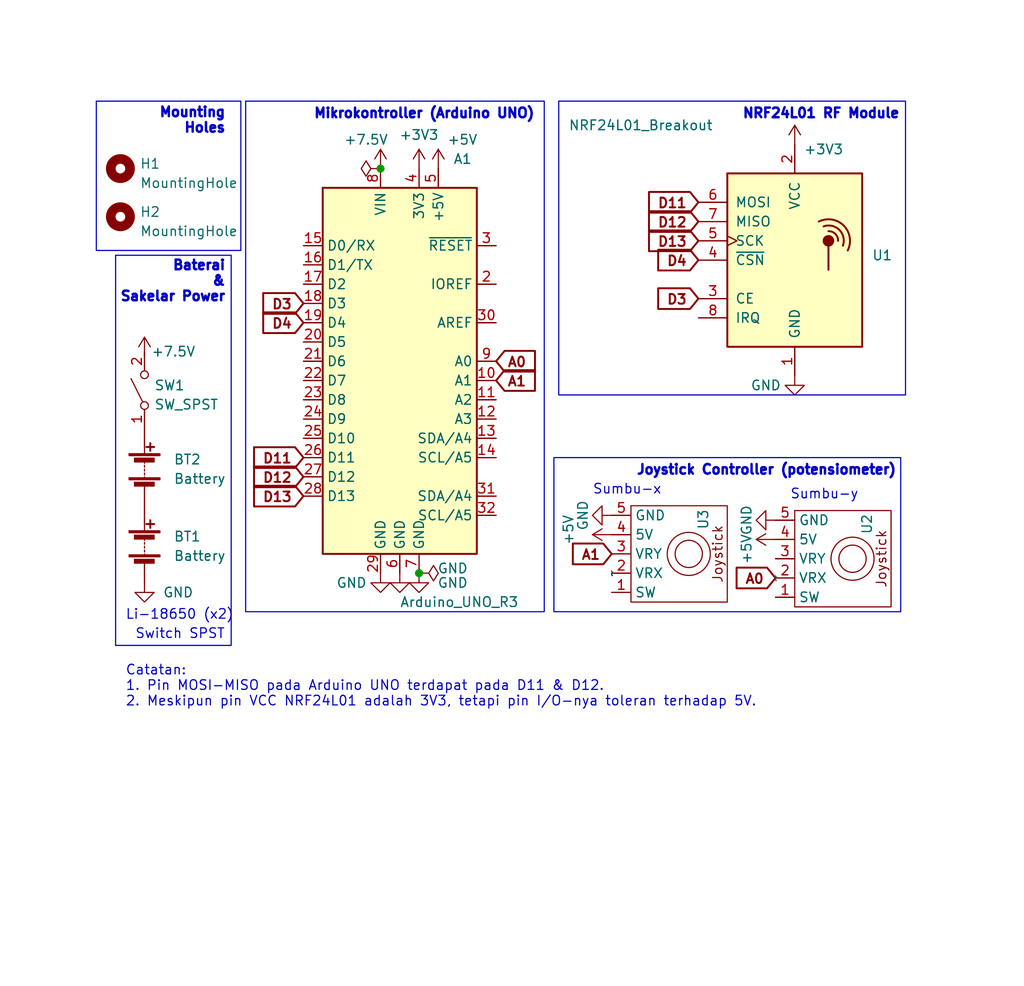
<source format=kicad_sch>
(kicad_sch (version 20230121) (generator eeschema)

  (uuid 335783da-0af5-431e-a925-ba39ea6c5398)

  (paper "User" 135.001 129.997)

  (title_block
    (title "Remotely Operated Underwater Vehicle (ROV) Controller")
    (date "2024-05-12")
    (rev "1.0")
    (company "Institut Teknologi Bandung")
    (comment 1 "Yolivia Robong Langi")
  )

  (lib_symbols
    (symbol "Device:Battery" (pin_numbers hide) (pin_names (offset 0) hide) (in_bom yes) (on_board yes)
      (property "Reference" "BT" (at 2.54 2.54 0)
        (effects (font (size 1.27 1.27)) (justify left))
      )
      (property "Value" "Battery" (at 2.54 0 0)
        (effects (font (size 1.27 1.27)) (justify left))
      )
      (property "Footprint" "" (at 0 1.524 90)
        (effects (font (size 1.27 1.27)) hide)
      )
      (property "Datasheet" "~" (at 0 1.524 90)
        (effects (font (size 1.27 1.27)) hide)
      )
      (property "ki_keywords" "batt voltage-source cell" (at 0 0 0)
        (effects (font (size 1.27 1.27)) hide)
      )
      (property "ki_description" "Multiple-cell battery" (at 0 0 0)
        (effects (font (size 1.27 1.27)) hide)
      )
      (symbol "Battery_0_1"
        (rectangle (start -2.032 -1.397) (end 2.032 -1.651)
          (stroke (width 0) (type default))
          (fill (type outline))
        )
        (rectangle (start -2.032 1.778) (end 2.032 1.524)
          (stroke (width 0) (type default))
          (fill (type outline))
        )
        (rectangle (start -1.3208 -1.9812) (end 1.27 -2.4892)
          (stroke (width 0) (type default))
          (fill (type outline))
        )
        (rectangle (start -1.3208 1.1938) (end 1.27 0.6858)
          (stroke (width 0) (type default))
          (fill (type outline))
        )
        (polyline
          (pts
            (xy 0 -1.524)
            (xy 0 -1.27)
          )
          (stroke (width 0) (type default))
          (fill (type none))
        )
        (polyline
          (pts
            (xy 0 -1.016)
            (xy 0 -0.762)
          )
          (stroke (width 0) (type default))
          (fill (type none))
        )
        (polyline
          (pts
            (xy 0 -0.508)
            (xy 0 -0.254)
          )
          (stroke (width 0) (type default))
          (fill (type none))
        )
        (polyline
          (pts
            (xy 0 0)
            (xy 0 0.254)
          )
          (stroke (width 0) (type default))
          (fill (type none))
        )
        (polyline
          (pts
            (xy 0 0.508)
            (xy 0 0.762)
          )
          (stroke (width 0) (type default))
          (fill (type none))
        )
        (polyline
          (pts
            (xy 0 1.778)
            (xy 0 2.54)
          )
          (stroke (width 0) (type default))
          (fill (type none))
        )
        (polyline
          (pts
            (xy 0.254 2.667)
            (xy 1.27 2.667)
          )
          (stroke (width 0.254) (type default))
          (fill (type none))
        )
        (polyline
          (pts
            (xy 0.762 3.175)
            (xy 0.762 2.159)
          )
          (stroke (width 0.254) (type default))
          (fill (type none))
        )
      )
      (symbol "Battery_1_1"
        (pin passive line (at 0 5.08 270) (length 2.54)
          (name "+" (effects (font (size 1.27 1.27))))
          (number "1" (effects (font (size 1.27 1.27))))
        )
        (pin passive line (at 0 -5.08 90) (length 2.54)
          (name "-" (effects (font (size 1.27 1.27))))
          (number "2" (effects (font (size 1.27 1.27))))
        )
      )
    )
    (symbol "MCU_Module:Arduino_UNO_R3" (in_bom yes) (on_board yes)
      (property "Reference" "A" (at -10.16 23.495 0)
        (effects (font (size 1.27 1.27)) (justify left bottom))
      )
      (property "Value" "Arduino_UNO_R3" (at 5.08 -26.67 0)
        (effects (font (size 1.27 1.27)) (justify left top))
      )
      (property "Footprint" "Module:Arduino_UNO_R3" (at 0 0 0)
        (effects (font (size 1.27 1.27) italic) hide)
      )
      (property "Datasheet" "https://www.arduino.cc/en/Main/arduinoBoardUno" (at 0 0 0)
        (effects (font (size 1.27 1.27)) hide)
      )
      (property "ki_keywords" "Arduino UNO R3 Microcontroller Module Atmel AVR USB" (at 0 0 0)
        (effects (font (size 1.27 1.27)) hide)
      )
      (property "ki_description" "Arduino UNO Microcontroller Module, release 3" (at 0 0 0)
        (effects (font (size 1.27 1.27)) hide)
      )
      (property "ki_fp_filters" "Arduino*UNO*R3*" (at 0 0 0)
        (effects (font (size 1.27 1.27)) hide)
      )
      (symbol "Arduino_UNO_R3_0_1"
        (rectangle (start -10.16 22.86) (end 10.16 -25.4)
          (stroke (width 0.254) (type default))
          (fill (type background))
        )
      )
      (symbol "Arduino_UNO_R3_1_1"
        (pin no_connect line (at -10.16 -20.32 0) (length 2.54) hide
          (name "NC" (effects (font (size 1.27 1.27))))
          (number "1" (effects (font (size 1.27 1.27))))
        )
        (pin bidirectional line (at 12.7 -2.54 180) (length 2.54)
          (name "A1" (effects (font (size 1.27 1.27))))
          (number "10" (effects (font (size 1.27 1.27))))
        )
        (pin bidirectional line (at 12.7 -5.08 180) (length 2.54)
          (name "A2" (effects (font (size 1.27 1.27))))
          (number "11" (effects (font (size 1.27 1.27))))
        )
        (pin bidirectional line (at 12.7 -7.62 180) (length 2.54)
          (name "A3" (effects (font (size 1.27 1.27))))
          (number "12" (effects (font (size 1.27 1.27))))
        )
        (pin bidirectional line (at 12.7 -10.16 180) (length 2.54)
          (name "SDA/A4" (effects (font (size 1.27 1.27))))
          (number "13" (effects (font (size 1.27 1.27))))
        )
        (pin bidirectional line (at 12.7 -12.7 180) (length 2.54)
          (name "SCL/A5" (effects (font (size 1.27 1.27))))
          (number "14" (effects (font (size 1.27 1.27))))
        )
        (pin bidirectional line (at -12.7 15.24 0) (length 2.54)
          (name "D0/RX" (effects (font (size 1.27 1.27))))
          (number "15" (effects (font (size 1.27 1.27))))
        )
        (pin bidirectional line (at -12.7 12.7 0) (length 2.54)
          (name "D1/TX" (effects (font (size 1.27 1.27))))
          (number "16" (effects (font (size 1.27 1.27))))
        )
        (pin bidirectional line (at -12.7 10.16 0) (length 2.54)
          (name "D2" (effects (font (size 1.27 1.27))))
          (number "17" (effects (font (size 1.27 1.27))))
        )
        (pin bidirectional line (at -12.7 7.62 0) (length 2.54)
          (name "D3" (effects (font (size 1.27 1.27))))
          (number "18" (effects (font (size 1.27 1.27))))
        )
        (pin bidirectional line (at -12.7 5.08 0) (length 2.54)
          (name "D4" (effects (font (size 1.27 1.27))))
          (number "19" (effects (font (size 1.27 1.27))))
        )
        (pin output line (at 12.7 10.16 180) (length 2.54)
          (name "IOREF" (effects (font (size 1.27 1.27))))
          (number "2" (effects (font (size 1.27 1.27))))
        )
        (pin bidirectional line (at -12.7 2.54 0) (length 2.54)
          (name "D5" (effects (font (size 1.27 1.27))))
          (number "20" (effects (font (size 1.27 1.27))))
        )
        (pin bidirectional line (at -12.7 0 0) (length 2.54)
          (name "D6" (effects (font (size 1.27 1.27))))
          (number "21" (effects (font (size 1.27 1.27))))
        )
        (pin bidirectional line (at -12.7 -2.54 0) (length 2.54)
          (name "D7" (effects (font (size 1.27 1.27))))
          (number "22" (effects (font (size 1.27 1.27))))
        )
        (pin bidirectional line (at -12.7 -5.08 0) (length 2.54)
          (name "D8" (effects (font (size 1.27 1.27))))
          (number "23" (effects (font (size 1.27 1.27))))
        )
        (pin bidirectional line (at -12.7 -7.62 0) (length 2.54)
          (name "D9" (effects (font (size 1.27 1.27))))
          (number "24" (effects (font (size 1.27 1.27))))
        )
        (pin bidirectional line (at -12.7 -10.16 0) (length 2.54)
          (name "D10" (effects (font (size 1.27 1.27))))
          (number "25" (effects (font (size 1.27 1.27))))
        )
        (pin bidirectional line (at -12.7 -12.7 0) (length 2.54)
          (name "D11" (effects (font (size 1.27 1.27))))
          (number "26" (effects (font (size 1.27 1.27))))
        )
        (pin bidirectional line (at -12.7 -15.24 0) (length 2.54)
          (name "D12" (effects (font (size 1.27 1.27))))
          (number "27" (effects (font (size 1.27 1.27))))
        )
        (pin bidirectional line (at -12.7 -17.78 0) (length 2.54)
          (name "D13" (effects (font (size 1.27 1.27))))
          (number "28" (effects (font (size 1.27 1.27))))
        )
        (pin power_in line (at -2.54 -27.94 90) (length 2.54)
          (name "GND" (effects (font (size 1.27 1.27))))
          (number "29" (effects (font (size 1.27 1.27))))
        )
        (pin input line (at 12.7 15.24 180) (length 2.54)
          (name "~{RESET}" (effects (font (size 1.27 1.27))))
          (number "3" (effects (font (size 1.27 1.27))))
        )
        (pin input line (at 12.7 5.08 180) (length 2.54)
          (name "AREF" (effects (font (size 1.27 1.27))))
          (number "30" (effects (font (size 1.27 1.27))))
        )
        (pin bidirectional line (at 12.7 -17.78 180) (length 2.54)
          (name "SDA/A4" (effects (font (size 1.27 1.27))))
          (number "31" (effects (font (size 1.27 1.27))))
        )
        (pin bidirectional line (at 12.7 -20.32 180) (length 2.54)
          (name "SCL/A5" (effects (font (size 1.27 1.27))))
          (number "32" (effects (font (size 1.27 1.27))))
        )
        (pin power_out line (at 2.54 25.4 270) (length 2.54)
          (name "3V3" (effects (font (size 1.27 1.27))))
          (number "4" (effects (font (size 1.27 1.27))))
        )
        (pin power_out line (at 5.08 25.4 270) (length 2.54)
          (name "+5V" (effects (font (size 1.27 1.27))))
          (number "5" (effects (font (size 1.27 1.27))))
        )
        (pin power_in line (at 0 -27.94 90) (length 2.54)
          (name "GND" (effects (font (size 1.27 1.27))))
          (number "6" (effects (font (size 1.27 1.27))))
        )
        (pin power_in line (at 2.54 -27.94 90) (length 2.54)
          (name "GND" (effects (font (size 1.27 1.27))))
          (number "7" (effects (font (size 1.27 1.27))))
        )
        (pin power_in line (at -2.54 25.4 270) (length 2.54)
          (name "VIN" (effects (font (size 1.27 1.27))))
          (number "8" (effects (font (size 1.27 1.27))))
        )
        (pin bidirectional line (at 12.7 0 180) (length 2.54)
          (name "A0" (effects (font (size 1.27 1.27))))
          (number "9" (effects (font (size 1.27 1.27))))
        )
      )
    )
    (symbol "Mechanical:MountingHole" (pin_names (offset 1.016)) (in_bom yes) (on_board yes)
      (property "Reference" "H" (at 0 5.08 0)
        (effects (font (size 1.27 1.27)))
      )
      (property "Value" "MountingHole" (at 0 3.175 0)
        (effects (font (size 1.27 1.27)))
      )
      (property "Footprint" "" (at 0 0 0)
        (effects (font (size 1.27 1.27)) hide)
      )
      (property "Datasheet" "~" (at 0 0 0)
        (effects (font (size 1.27 1.27)) hide)
      )
      (property "ki_keywords" "mounting hole" (at 0 0 0)
        (effects (font (size 1.27 1.27)) hide)
      )
      (property "ki_description" "Mounting Hole without connection" (at 0 0 0)
        (effects (font (size 1.27 1.27)) hide)
      )
      (property "ki_fp_filters" "MountingHole*" (at 0 0 0)
        (effects (font (size 1.27 1.27)) hide)
      )
      (symbol "MountingHole_0_1"
        (circle (center 0 0) (radius 1.27)
          (stroke (width 1.27) (type default))
          (fill (type none))
        )
      )
    )
    (symbol "RF:NRF24L01_Breakout" (pin_names (offset 1.016)) (in_bom yes) (on_board yes)
      (property "Reference" "U" (at -8.89 12.7 0)
        (effects (font (size 1.27 1.27)) (justify left))
      )
      (property "Value" "NRF24L01_Breakout" (at 3.81 12.7 0)
        (effects (font (size 1.27 1.27)) (justify left))
      )
      (property "Footprint" "RF_Module:nRF24L01_Breakout" (at 3.81 15.24 0)
        (effects (font (size 1.27 1.27) italic) (justify left) hide)
      )
      (property "Datasheet" "http://www.nordicsemi.com/eng/content/download/2730/34105/file/nRF24L01_Product_Specification_v2_0.pdf" (at 0 -2.54 0)
        (effects (font (size 1.27 1.27)) hide)
      )
      (property "ki_keywords" "Low Power RF Transceiver breakout carrier" (at 0 0 0)
        (effects (font (size 1.27 1.27)) hide)
      )
      (property "ki_description" "Ultra low power 2.4GHz RF Transceiver, Carrier PCB" (at 0 0 0)
        (effects (font (size 1.27 1.27)) hide)
      )
      (property "ki_fp_filters" "nRF24L01*Breakout*" (at 0 0 0)
        (effects (font (size 1.27 1.27)) hide)
      )
      (symbol "NRF24L01_Breakout_0_1"
        (rectangle (start -8.89 11.43) (end 8.89 -11.43)
          (stroke (width 0.254) (type default))
          (fill (type background))
        )
        (polyline
          (pts
            (xy 4.445 1.905)
            (xy 4.445 -1.27)
          )
          (stroke (width 0.254) (type default))
          (fill (type none))
        )
        (circle (center 4.445 2.54) (radius 0.635)
          (stroke (width 0.254) (type default))
          (fill (type outline))
        )
        (arc (start 5.715 2.54) (mid 5.3521 3.4546) (end 4.445 3.81)
          (stroke (width 0.254) (type default))
          (fill (type none))
        )
        (arc (start 6.35 1.905) (mid 5.8763 3.9854) (end 3.81 4.445)
          (stroke (width 0.254) (type default))
          (fill (type none))
        )
        (arc (start 6.985 1.27) (mid 6.453 4.548) (end 3.175 5.08)
          (stroke (width 0.254) (type default))
          (fill (type none))
        )
      )
      (symbol "NRF24L01_Breakout_1_1"
        (pin power_in line (at 0 -15.24 90) (length 3.81)
          (name "GND" (effects (font (size 1.27 1.27))))
          (number "1" (effects (font (size 1.27 1.27))))
        )
        (pin power_in line (at 0 15.24 270) (length 3.81)
          (name "VCC" (effects (font (size 1.27 1.27))))
          (number "2" (effects (font (size 1.27 1.27))))
        )
        (pin input line (at -12.7 -5.08 0) (length 3.81)
          (name "CE" (effects (font (size 1.27 1.27))))
          (number "3" (effects (font (size 1.27 1.27))))
        )
        (pin input line (at -12.7 0 0) (length 3.81)
          (name "~{CSN}" (effects (font (size 1.27 1.27))))
          (number "4" (effects (font (size 1.27 1.27))))
        )
        (pin input clock (at -12.7 2.54 0) (length 3.81)
          (name "SCK" (effects (font (size 1.27 1.27))))
          (number "5" (effects (font (size 1.27 1.27))))
        )
        (pin input line (at -12.7 7.62 0) (length 3.81)
          (name "MOSI" (effects (font (size 1.27 1.27))))
          (number "6" (effects (font (size 1.27 1.27))))
        )
        (pin output line (at -12.7 5.08 0) (length 3.81)
          (name "MISO" (effects (font (size 1.27 1.27))))
          (number "7" (effects (font (size 1.27 1.27))))
        )
        (pin output line (at -12.7 -7.62 0) (length 3.81)
          (name "IRQ" (effects (font (size 1.27 1.27))))
          (number "8" (effects (font (size 1.27 1.27))))
        )
      )
    )
    (symbol "ROB_library:KY-023_Joystick_Module" (in_bom yes) (on_board yes)
      (property "Reference" "U" (at 0 0 0)
        (effects (font (size 1.27 1.27)))
      )
      (property "Value" "" (at -2.54 10.16 0)
        (effects (font (size 1.27 1.27)))
      )
      (property "Footprint" "" (at -2.54 10.16 0)
        (effects (font (size 1.27 1.27)) hide)
      )
      (property "Datasheet" "" (at -2.54 10.16 0)
        (effects (font (size 1.27 1.27)) hide)
      )
      (symbol "KY-023_Joystick_Module_0_1"
        (rectangle (start -6.35 7.62) (end 6.35 -5.08)
          (stroke (width 0) (type default))
          (fill (type none))
        )
        (circle (center 0 0) (radius 1.7961)
          (stroke (width 0) (type default))
          (fill (type none))
        )
        (circle (center 0 0) (radius 2.8398)
          (stroke (width 0) (type default))
          (fill (type none))
        )
        (text "Joystick" (at 0 -3.81 0)
          (effects (font (size 1.27 1.27)))
        )
      )
      (symbol "KY-023_Joystick_Module_1_1"
        (pin output line (at -5.08 10.16 270) (length 2.54)
          (name "SW" (effects (font (size 1.27 1.27))))
          (number "1" (effects (font (size 1.27 1.27))))
        )
        (pin output line (at -2.54 10.16 270) (length 2.54)
          (name "VRX" (effects (font (size 1.27 1.27))))
          (number "2" (effects (font (size 1.27 1.27))))
        )
        (pin output line (at 0 10.16 270) (length 2.54)
          (name "VRY" (effects (font (size 1.27 1.27))))
          (number "3" (effects (font (size 1.27 1.27))))
        )
        (pin power_in line (at 2.54 10.16 270) (length 2.54)
          (name "5V" (effects (font (size 1.27 1.27))))
          (number "4" (effects (font (size 1.27 1.27))))
        )
        (pin power_in line (at 5.08 10.16 270) (length 2.54)
          (name "GND" (effects (font (size 1.27 1.27))))
          (number "5" (effects (font (size 1.27 1.27))))
        )
      )
    )
    (symbol "Switch:SW_SPST" (pin_names (offset 0) hide) (in_bom yes) (on_board yes)
      (property "Reference" "SW" (at 0 3.175 0)
        (effects (font (size 1.27 1.27)))
      )
      (property "Value" "SW_SPST" (at 0 -2.54 0)
        (effects (font (size 1.27 1.27)))
      )
      (property "Footprint" "" (at 0 0 0)
        (effects (font (size 1.27 1.27)) hide)
      )
      (property "Datasheet" "~" (at 0 0 0)
        (effects (font (size 1.27 1.27)) hide)
      )
      (property "ki_keywords" "switch lever" (at 0 0 0)
        (effects (font (size 1.27 1.27)) hide)
      )
      (property "ki_description" "Single Pole Single Throw (SPST) switch" (at 0 0 0)
        (effects (font (size 1.27 1.27)) hide)
      )
      (symbol "SW_SPST_0_0"
        (circle (center -2.032 0) (radius 0.508)
          (stroke (width 0) (type default))
          (fill (type none))
        )
        (polyline
          (pts
            (xy -1.524 0.254)
            (xy 1.524 1.778)
          )
          (stroke (width 0) (type default))
          (fill (type none))
        )
        (circle (center 2.032 0) (radius 0.508)
          (stroke (width 0) (type default))
          (fill (type none))
        )
      )
      (symbol "SW_SPST_1_1"
        (pin passive line (at -5.08 0 0) (length 2.54)
          (name "A" (effects (font (size 1.27 1.27))))
          (number "1" (effects (font (size 1.27 1.27))))
        )
        (pin passive line (at 5.08 0 180) (length 2.54)
          (name "B" (effects (font (size 1.27 1.27))))
          (number "2" (effects (font (size 1.27 1.27))))
        )
      )
    )
    (symbol "power:+3V3" (power) (pin_names (offset 0)) (in_bom yes) (on_board yes)
      (property "Reference" "#PWR" (at 0 -3.81 0)
        (effects (font (size 1.27 1.27)) hide)
      )
      (property "Value" "+3V3" (at 0 3.556 0)
        (effects (font (size 1.27 1.27)))
      )
      (property "Footprint" "" (at 0 0 0)
        (effects (font (size 1.27 1.27)) hide)
      )
      (property "Datasheet" "" (at 0 0 0)
        (effects (font (size 1.27 1.27)) hide)
      )
      (property "ki_keywords" "global power" (at 0 0 0)
        (effects (font (size 1.27 1.27)) hide)
      )
      (property "ki_description" "Power symbol creates a global label with name \"+3V3\"" (at 0 0 0)
        (effects (font (size 1.27 1.27)) hide)
      )
      (symbol "+3V3_0_1"
        (polyline
          (pts
            (xy -0.762 1.27)
            (xy 0 2.54)
          )
          (stroke (width 0) (type default))
          (fill (type none))
        )
        (polyline
          (pts
            (xy 0 0)
            (xy 0 2.54)
          )
          (stroke (width 0) (type default))
          (fill (type none))
        )
        (polyline
          (pts
            (xy 0 2.54)
            (xy 0.762 1.27)
          )
          (stroke (width 0) (type default))
          (fill (type none))
        )
      )
      (symbol "+3V3_1_1"
        (pin power_in line (at 0 0 90) (length 0) hide
          (name "+3V3" (effects (font (size 1.27 1.27))))
          (number "1" (effects (font (size 1.27 1.27))))
        )
      )
    )
    (symbol "power:+5V" (power) (pin_names (offset 0)) (in_bom yes) (on_board yes)
      (property "Reference" "#PWR" (at 0 -3.81 0)
        (effects (font (size 1.27 1.27)) hide)
      )
      (property "Value" "+5V" (at 0 3.556 0)
        (effects (font (size 1.27 1.27)))
      )
      (property "Footprint" "" (at 0 0 0)
        (effects (font (size 1.27 1.27)) hide)
      )
      (property "Datasheet" "" (at 0 0 0)
        (effects (font (size 1.27 1.27)) hide)
      )
      (property "ki_keywords" "global power" (at 0 0 0)
        (effects (font (size 1.27 1.27)) hide)
      )
      (property "ki_description" "Power symbol creates a global label with name \"+5V\"" (at 0 0 0)
        (effects (font (size 1.27 1.27)) hide)
      )
      (symbol "+5V_0_1"
        (polyline
          (pts
            (xy -0.762 1.27)
            (xy 0 2.54)
          )
          (stroke (width 0) (type default))
          (fill (type none))
        )
        (polyline
          (pts
            (xy 0 0)
            (xy 0 2.54)
          )
          (stroke (width 0) (type default))
          (fill (type none))
        )
        (polyline
          (pts
            (xy 0 2.54)
            (xy 0.762 1.27)
          )
          (stroke (width 0) (type default))
          (fill (type none))
        )
      )
      (symbol "+5V_1_1"
        (pin power_in line (at 0 0 90) (length 0) hide
          (name "+5V" (effects (font (size 1.27 1.27))))
          (number "1" (effects (font (size 1.27 1.27))))
        )
      )
    )
    (symbol "power:+7.5V" (power) (pin_names (offset 0)) (in_bom yes) (on_board yes)
      (property "Reference" "#PWR" (at 0 -3.81 0)
        (effects (font (size 1.27 1.27)) hide)
      )
      (property "Value" "+7.5V" (at 0 3.556 0)
        (effects (font (size 1.27 1.27)))
      )
      (property "Footprint" "" (at 0 0 0)
        (effects (font (size 1.27 1.27)) hide)
      )
      (property "Datasheet" "" (at 0 0 0)
        (effects (font (size 1.27 1.27)) hide)
      )
      (property "ki_keywords" "global power" (at 0 0 0)
        (effects (font (size 1.27 1.27)) hide)
      )
      (property "ki_description" "Power symbol creates a global label with name \"+7.5V\"" (at 0 0 0)
        (effects (font (size 1.27 1.27)) hide)
      )
      (symbol "+7.5V_0_1"
        (polyline
          (pts
            (xy -0.762 1.27)
            (xy 0 2.54)
          )
          (stroke (width 0) (type default))
          (fill (type none))
        )
        (polyline
          (pts
            (xy 0 0)
            (xy 0 2.54)
          )
          (stroke (width 0) (type default))
          (fill (type none))
        )
        (polyline
          (pts
            (xy 0 2.54)
            (xy 0.762 1.27)
          )
          (stroke (width 0) (type default))
          (fill (type none))
        )
      )
      (symbol "+7.5V_1_1"
        (pin power_in line (at 0 0 90) (length 0) hide
          (name "+7.5V" (effects (font (size 1.27 1.27))))
          (number "1" (effects (font (size 1.27 1.27))))
        )
      )
    )
    (symbol "power:GND" (power) (pin_names (offset 0)) (in_bom yes) (on_board yes)
      (property "Reference" "#PWR" (at 0 -6.35 0)
        (effects (font (size 1.27 1.27)) hide)
      )
      (property "Value" "GND" (at 0 -3.81 0)
        (effects (font (size 1.27 1.27)))
      )
      (property "Footprint" "" (at 0 0 0)
        (effects (font (size 1.27 1.27)) hide)
      )
      (property "Datasheet" "" (at 0 0 0)
        (effects (font (size 1.27 1.27)) hide)
      )
      (property "ki_keywords" "global power" (at 0 0 0)
        (effects (font (size 1.27 1.27)) hide)
      )
      (property "ki_description" "Power symbol creates a global label with name \"GND\" , ground" (at 0 0 0)
        (effects (font (size 1.27 1.27)) hide)
      )
      (symbol "GND_0_1"
        (polyline
          (pts
            (xy 0 0)
            (xy 0 -1.27)
            (xy 1.27 -1.27)
            (xy 0 -2.54)
            (xy -1.27 -1.27)
            (xy 0 -1.27)
          )
          (stroke (width 0) (type default))
          (fill (type none))
        )
      )
      (symbol "GND_1_1"
        (pin power_in line (at 0 0 270) (length 0) hide
          (name "GND" (effects (font (size 1.27 1.27))))
          (number "1" (effects (font (size 1.27 1.27))))
        )
      )
    )
    (symbol "power:PWR_FLAG" (power) (pin_numbers hide) (pin_names (offset 0) hide) (in_bom yes) (on_board yes)
      (property "Reference" "#FLG" (at 0 1.905 0)
        (effects (font (size 1.27 1.27)) hide)
      )
      (property "Value" "PWR_FLAG" (at 0 3.81 0)
        (effects (font (size 1.27 1.27)))
      )
      (property "Footprint" "" (at 0 0 0)
        (effects (font (size 1.27 1.27)) hide)
      )
      (property "Datasheet" "~" (at 0 0 0)
        (effects (font (size 1.27 1.27)) hide)
      )
      (property "ki_keywords" "flag power" (at 0 0 0)
        (effects (font (size 1.27 1.27)) hide)
      )
      (property "ki_description" "Special symbol for telling ERC where power comes from" (at 0 0 0)
        (effects (font (size 1.27 1.27)) hide)
      )
      (symbol "PWR_FLAG_0_0"
        (pin power_out line (at 0 0 90) (length 0)
          (name "pwr" (effects (font (size 1.27 1.27))))
          (number "1" (effects (font (size 1.27 1.27))))
        )
      )
      (symbol "PWR_FLAG_0_1"
        (polyline
          (pts
            (xy 0 0)
            (xy 0 1.27)
            (xy -1.016 1.905)
            (xy 0 2.54)
            (xy 1.016 1.905)
            (xy 0 1.27)
          )
          (stroke (width 0) (type default))
          (fill (type none))
        )
      )
    )
  )


  (junction (at 55.245 75.565) (diameter 0) (color 0 0 0 0)
    (uuid 2aed08e7-00a7-4d8d-9438-93170e9928fc)
  )
  (junction (at 50.165 22.225) (diameter 0) (color 0 0 0 0)
    (uuid b7377f12-5246-4434-9c76-b505c63f0b49)
  )

  (wire (pts (xy 19.05 46.355) (xy 19.05 46.99))
    (stroke (width 0) (type default))
    (uuid db4da24e-c1ab-44cc-a14a-0dfbf9eabe08)
  )

  (rectangle (start 73.025 60.325) (end 118.745 80.645)
    (stroke (width 0) (type default))
    (fill (type none))
    (uuid 1870ff5f-1b51-4c07-b7f4-a015ee143a2f)
  )
  (rectangle (start 12.7 13.335) (end 31.75 33.02)
    (stroke (width 0) (type default))
    (fill (type none))
    (uuid 1ce562c2-47f7-4e7d-8f18-a819bd74972f)
  )
  (rectangle (start 73.66 13.335) (end 119.38 52.07)
    (stroke (width 0) (type default))
    (fill (type none))
    (uuid aa546d9a-179a-47d2-abc9-54421f81eddb)
  )
  (rectangle (start 15.24 33.655) (end 30.48 85.09)
    (stroke (width 0) (type default))
    (fill (type none))
    (uuid c4be4f52-49b4-48a9-9a10-99907b5855ab)
  )
  (rectangle (start 32.385 13.335) (end 71.755 80.645)
    (stroke (width 0) (type default))
    (fill (type none))
    (uuid eccd18c0-fba8-4ee1-8208-b81d27adf0b9)
  )

  (text "NRF24L01 RF Module" (at 97.79 15.875 0)
    (effects (font (size 1.27 1.27) (thickness 0.508) bold) (justify left bottom))
    (uuid 1f1763f5-08c8-4185-95a0-65729891d915)
  )
  (text "Sumbu-y" (at 104.14 66.04 0)
    (effects (font (size 1.27 1.27)) (justify left bottom))
    (uuid 5c06ce65-7b63-47fe-b5a2-585eff7a766f)
  )
  (text "Li-18650 (x2)" (at 16.51 81.915 0)
    (effects (font (size 1.27 1.27)) (justify left bottom))
    (uuid 61125ffd-fbbe-47d1-8f76-5b05f2625705)
  )
  (text "Mikrokontroller (Arduino UNO)" (at 41.275 15.875 0)
    (effects (font (size 1.27 1.27) (thickness 0.508) bold) (justify left bottom))
    (uuid 75d62730-b126-4edd-947c-b8063e6fb498)
  )
  (text "Sumbu-x" (at 78.105 65.405 0)
    (effects (font (size 1.27 1.27)) (justify left bottom))
    (uuid 8f64eb27-9a51-477f-accd-d6191cc1bd45)
  )
  (text "Joystick Controller (potensiometer)" (at 83.82 62.865 0)
    (effects (font (size 1.27 1.27) (thickness 0.508) bold) (justify left bottom))
    (uuid 99c4422b-4a5f-4cb8-b933-ab7a15e48b87)
  )
  (text "Mounting\nHoles" (at 29.845 17.78 0)
    (effects (font (size 1.27 1.27) (thickness 0.508) bold) (justify right bottom))
    (uuid c56f9d2a-1264-4194-b8b3-9c9e98f23c3e)
  )
  (text "Catatan:\n1. Pin MOSI-MISO pada Arduino UNO terdapat pada D11 & D12.\n2. Meskipun pin VCC NRF24L01 adalah 3V3, tetapi pin I/O-nya toleran terhadap 5V."
    (at 16.51 93.345 0)
    (effects (font (size 1.27 1.27)) (justify left bottom))
    (uuid c7846dd2-1bb3-42ac-ad48-2bcaffac362b)
  )
  (text "Switch SPST" (at 17.78 84.455 0)
    (effects (font (size 1.27 1.27)) (justify left bottom))
    (uuid e09e0901-9e58-4038-96ba-a2c3c12f8e5f)
  )
  (text "Baterai\n&\nSakelar Power" (at 29.845 40.005 0)
    (effects (font (size 1.27 1.27) (thickness 0.508) bold) (justify right bottom))
    (uuid fab8de11-20f0-405e-807c-d136d1e885e8)
  )

  (global_label "D3" (shape input) (at 40.005 40.005 180) (fields_autoplaced)
    (effects (font (size 1.27 1.27) bold) (justify right))
    (uuid 1d897b73-f5eb-4f31-9a4d-d5bef138b76b)
    (property "Intersheetrefs" "${INTERSHEET_REFS}" (at 34.1913 40.005 0)
      (effects (font (size 1.27 1.27)) (justify right) hide)
    )
  )
  (global_label "D11" (shape input) (at 92.075 26.67 180) (fields_autoplaced)
    (effects (font (size 1.27 1.27) bold) (justify right))
    (uuid 2e299db3-fd08-4edc-b93e-57366e50d61b)
    (property "Intersheetrefs" "${INTERSHEET_REFS}" (at 85.0518 26.67 0)
      (effects (font (size 1.27 1.27)) (justify right) hide)
    )
  )
  (global_label "A1" (shape input) (at 80.645 73.025 180) (fields_autoplaced)
    (effects (font (size 1.27 1.27) bold) (justify right))
    (uuid 3111ead4-5293-493e-8964-981fd32c327c)
    (property "Intersheetrefs" "${INTERSHEET_REFS}" (at 75.0127 73.025 0)
      (effects (font (size 1.27 1.27)) (justify right) hide)
    )
  )
  (global_label "D13" (shape input) (at 92.075 31.75 180) (fields_autoplaced)
    (effects (font (size 1.27 1.27) bold) (justify right))
    (uuid 37f0bb8b-c166-4ab2-a65a-8c7659e49662)
    (property "Intersheetrefs" "${INTERSHEET_REFS}" (at 85.0518 31.75 0)
      (effects (font (size 1.27 1.27)) (justify right) hide)
    )
  )
  (global_label "D3" (shape input) (at 92.075 39.37 180) (fields_autoplaced)
    (effects (font (size 1.27 1.27) bold) (justify right))
    (uuid 4c890135-ae56-43ed-84dd-1e5e5d6e58fe)
    (property "Intersheetrefs" "${INTERSHEET_REFS}" (at 86.2613 39.37 0)
      (effects (font (size 1.27 1.27)) (justify right) hide)
    )
  )
  (global_label "D4" (shape input) (at 40.005 42.545 180) (fields_autoplaced)
    (effects (font (size 1.27 1.27) bold) (justify right))
    (uuid 5be1d646-0ff8-404f-8a0e-80e7be1c6bdd)
    (property "Intersheetrefs" "${INTERSHEET_REFS}" (at 34.1913 42.545 0)
      (effects (font (size 1.27 1.27)) (justify right) hide)
    )
  )
  (global_label "A0" (shape input) (at 65.405 47.625 0) (fields_autoplaced)
    (effects (font (size 1.27 1.27) bold) (justify left))
    (uuid 6396a786-2904-4e48-b6b7-7639ba45b420)
    (property "Intersheetrefs" "${INTERSHEET_REFS}" (at 71.0373 47.625 0)
      (effects (font (size 1.27 1.27)) (justify left) hide)
    )
  )
  (global_label "D4" (shape input) (at 92.075 34.29 180) (fields_autoplaced)
    (effects (font (size 1.27 1.27) bold) (justify right))
    (uuid 80feaccd-f4a6-4809-9012-dff997d9d394)
    (property "Intersheetrefs" "${INTERSHEET_REFS}" (at 86.2613 34.29 0)
      (effects (font (size 1.27 1.27)) (justify right) hide)
    )
  )
  (global_label "D12" (shape input) (at 92.075 29.21 180) (fields_autoplaced)
    (effects (font (size 1.27 1.27) bold) (justify right))
    (uuid 994f18b1-a5b1-447d-94b2-156383668aed)
    (property "Intersheetrefs" "${INTERSHEET_REFS}" (at 85.0518 29.21 0)
      (effects (font (size 1.27 1.27)) (justify right) hide)
    )
  )
  (global_label "D12" (shape input) (at 40.005 62.865 180) (fields_autoplaced)
    (effects (font (size 1.27 1.27) bold) (justify right))
    (uuid a4c8982f-4e21-4791-b90e-4f325290afc1)
    (property "Intersheetrefs" "${INTERSHEET_REFS}" (at 32.9818 62.865 0)
      (effects (font (size 1.27 1.27)) (justify right) hide)
    )
  )
  (global_label "D13" (shape input) (at 40.005 65.405 180) (fields_autoplaced)
    (effects (font (size 1.27 1.27) bold) (justify right))
    (uuid b589199b-30ce-4df4-88b6-5bdee484260b)
    (property "Intersheetrefs" "${INTERSHEET_REFS}" (at 32.9818 65.405 0)
      (effects (font (size 1.27 1.27)) (justify right) hide)
    )
  )
  (global_label "D11" (shape input) (at 40.005 60.325 180) (fields_autoplaced)
    (effects (font (size 1.27 1.27) bold) (justify right))
    (uuid cede3511-ed39-42cd-a99f-7d30d9b33b76)
    (property "Intersheetrefs" "${INTERSHEET_REFS}" (at 32.9818 60.325 0)
      (effects (font (size 1.27 1.27)) (justify right) hide)
    )
  )
  (global_label "A1" (shape input) (at 65.405 50.165 0) (fields_autoplaced)
    (effects (font (size 1.27 1.27) bold) (justify left))
    (uuid e3302487-6566-4f48-b6b1-426599354629)
    (property "Intersheetrefs" "${INTERSHEET_REFS}" (at 71.0373 50.165 0)
      (effects (font (size 1.27 1.27)) (justify left) hide)
    )
  )
  (global_label "A0" (shape input) (at 102.235 76.2 180) (fields_autoplaced)
    (effects (font (size 1.27 1.27) bold) (justify right))
    (uuid ea17ea47-8253-4550-9eb7-2d868f68a0b6)
    (property "Intersheetrefs" "${INTERSHEET_REFS}" (at 96.6027 76.2 0)
      (effects (font (size 1.27 1.27)) (justify right) hide)
    )
  )

  (symbol (lib_id "power:+7.5V") (at 19.05 46.99 0) (unit 1)
    (in_bom yes) (on_board yes) (dnp no)
    (uuid 07761aa8-0dc2-47d7-b222-cb4deebb484d)
    (property "Reference" "#PWR08" (at 19.05 50.8 0)
      (effects (font (size 1.27 1.27)) hide)
    )
    (property "Value" "+7.5V" (at 22.86 46.355 0)
      (effects (font (size 1.27 1.27)))
    )
    (property "Footprint" "" (at 19.05 46.99 0)
      (effects (font (size 1.27 1.27)) hide)
    )
    (property "Datasheet" "" (at 19.05 46.99 0)
      (effects (font (size 1.27 1.27)) hide)
    )
    (pin "1" (uuid 78072a57-2c8f-461a-916e-b8295478b7f1))
    (instances
      (project "ROV"
        (path "/335783da-0af5-431e-a925-ba39ea6c5398"
          (reference "#PWR08") (unit 1)
        )
      )
    )
  )

  (symbol (lib_id "power:GND") (at 55.245 75.565 0) (unit 1)
    (in_bom yes) (on_board yes) (dnp no)
    (uuid 0cf7f847-b7d0-4d9c-8c43-65f19f287545)
    (property "Reference" "#PWR02" (at 55.245 81.915 0)
      (effects (font (size 1.27 1.27)) hide)
    )
    (property "Value" "GND" (at 59.69 76.835 0)
      (effects (font (size 1.27 1.27)))
    )
    (property "Footprint" "" (at 55.245 75.565 0)
      (effects (font (size 1.27 1.27)) hide)
    )
    (property "Datasheet" "" (at 55.245 75.565 0)
      (effects (font (size 1.27 1.27)) hide)
    )
    (pin "1" (uuid 11bdcb2a-7833-4ef7-b325-233aef7f5410))
    (instances
      (project "ROV"
        (path "/335783da-0af5-431e-a925-ba39ea6c5398"
          (reference "#PWR02") (unit 1)
        )
      )
    )
  )

  (symbol (lib_id "ROB_library:KY-023_Joystick_Module") (at 112.395 73.66 90) (unit 1)
    (in_bom yes) (on_board yes) (dnp no)
    (uuid 106d5733-b529-4612-9902-e4ce6c93c3e6)
    (property "Reference" "U2" (at 114.3 70.485 0)
      (effects (font (size 1.27 1.27)) (justify left))
    )
    (property "Value" "~" (at 102.235 76.2 0)
      (effects (font (size 1.27 1.27)))
    )
    (property "Footprint" "ROV_Library:Joystick Module" (at 102.235 76.2 0)
      (effects (font (size 1.27 1.27)) hide)
    )
    (property "Datasheet" "" (at 102.235 76.2 0)
      (effects (font (size 1.27 1.27)) hide)
    )
    (pin "1" (uuid c5933e2f-0a3f-47e3-8614-84d983b48157))
    (pin "2" (uuid 88df458b-ce4d-475d-87dc-4c065f92a945))
    (pin "3" (uuid d56c06ee-0d4c-45be-aa5d-a7d7772c499d))
    (pin "4" (uuid ccac3de8-593e-41e1-82c5-e5fbb60a9bfb))
    (pin "5" (uuid 59ece171-3a25-4f7d-9f6b-2112c9755775))
    (instances
      (project "ROV"
        (path "/335783da-0af5-431e-a925-ba39ea6c5398"
          (reference "U2") (unit 1)
        )
      )
    )
  )

  (symbol (lib_id "Device:Battery") (at 19.05 71.755 0) (unit 1)
    (in_bom yes) (on_board yes) (dnp no) (fields_autoplaced)
    (uuid 361d27ae-4af1-4c68-8f94-cabb6b59e721)
    (property "Reference" "BT1" (at 22.86 70.739 0)
      (effects (font (size 1.27 1.27)) (justify left))
    )
    (property "Value" "Battery" (at 22.86 73.279 0)
      (effects (font (size 1.27 1.27)) (justify left))
    )
    (property "Footprint" "Battery:BatteryHolder_MPD_BH-18650-PC2" (at 19.05 70.231 90)
      (effects (font (size 1.27 1.27)) hide)
    )
    (property "Datasheet" "~" (at 19.05 70.231 90)
      (effects (font (size 1.27 1.27)) hide)
    )
    (pin "1" (uuid f6981af9-8bad-4c41-9c01-745abfa35247))
    (pin "2" (uuid e5ddce96-de67-4a9f-a268-48e0c694c7c7))
    (instances
      (project "ROV"
        (path "/335783da-0af5-431e-a925-ba39ea6c5398"
          (reference "BT1") (unit 1)
        )
      )
    )
  )

  (symbol (lib_id "Mechanical:MountingHole") (at 15.875 22.225 0) (unit 1)
    (in_bom yes) (on_board yes) (dnp no) (fields_autoplaced)
    (uuid 37915d71-ff07-479f-8ed6-8b7e68bdd6ae)
    (property "Reference" "H1" (at 18.415 21.59 0)
      (effects (font (size 1.27 1.27)) (justify left))
    )
    (property "Value" "MountingHole" (at 18.415 24.13 0)
      (effects (font (size 1.27 1.27)) (justify left))
    )
    (property "Footprint" "MountingHole:MountingHole_3.2mm_M3" (at 15.875 22.225 0)
      (effects (font (size 1.27 1.27)) hide)
    )
    (property "Datasheet" "~" (at 15.875 22.225 0)
      (effects (font (size 1.27 1.27)) hide)
    )
    (instances
      (project "ROV"
        (path "/335783da-0af5-431e-a925-ba39ea6c5398"
          (reference "H1") (unit 1)
        )
      )
    )
  )

  (symbol (lib_id "power:+3V3") (at 55.245 22.225 0) (unit 1)
    (in_bom yes) (on_board yes) (dnp no)
    (uuid 384feaee-93a4-4ec3-ab56-59d3876d6ca7)
    (property "Reference" "#PWR07" (at 55.245 26.035 0)
      (effects (font (size 1.27 1.27)) hide)
    )
    (property "Value" "+3V3" (at 55.245 17.78 0)
      (effects (font (size 1.27 1.27)))
    )
    (property "Footprint" "" (at 55.245 22.225 0)
      (effects (font (size 1.27 1.27)) hide)
    )
    (property "Datasheet" "" (at 55.245 22.225 0)
      (effects (font (size 1.27 1.27)) hide)
    )
    (pin "1" (uuid 5edb5676-124f-46ca-ae8f-bbe49cc70e0c))
    (instances
      (project "ROV"
        (path "/335783da-0af5-431e-a925-ba39ea6c5398"
          (reference "#PWR07") (unit 1)
        )
      )
    )
  )

  (symbol (lib_id "RF:NRF24L01_Breakout") (at 104.775 34.29 0) (unit 1)
    (in_bom yes) (on_board yes) (dnp no)
    (uuid 398a98a7-49ac-4fbf-8ae1-11f19b77d108)
    (property "Reference" "U1" (at 114.935 33.655 0)
      (effects (font (size 1.27 1.27)) (justify left))
    )
    (property "Value" "NRF24L01_Breakout" (at 74.93 16.51 0)
      (effects (font (size 1.27 1.27)) (justify left))
    )
    (property "Footprint" "RF_Module:nRF24L01_Breakout" (at 108.585 19.05 0)
      (effects (font (size 1.27 1.27) italic) (justify left) hide)
    )
    (property "Datasheet" "http://www.nordicsemi.com/eng/content/download/2730/34105/file/nRF24L01_Product_Specification_v2_0.pdf" (at 104.775 36.83 0)
      (effects (font (size 1.27 1.27)) hide)
    )
    (pin "1" (uuid d7c2a824-93fe-4c05-94d6-cda9e807ab37))
    (pin "2" (uuid f9b6dd2b-f760-4a5b-a94e-a114bf7108e9))
    (pin "3" (uuid 957364dd-1abc-44b1-a5ae-b02ce95a0951))
    (pin "4" (uuid 4b48f915-b754-457d-825e-4f19292a7f63))
    (pin "5" (uuid f0b58b23-227d-422f-9d8d-cc60eb45fa00))
    (pin "6" (uuid 48220482-0e13-4355-9bb7-3196017ecedb))
    (pin "7" (uuid 6477a3bf-416c-4f7e-8a5c-104e2ff1f8df))
    (pin "8" (uuid 98da3107-5168-47e4-ad04-5c9c765f6709))
    (instances
      (project "ROV"
        (path "/335783da-0af5-431e-a925-ba39ea6c5398"
          (reference "U1") (unit 1)
        )
      )
    )
  )

  (symbol (lib_id "Switch:SW_SPST") (at 19.05 51.435 90) (unit 1)
    (in_bom yes) (on_board yes) (dnp no) (fields_autoplaced)
    (uuid 3bb5b08c-9a32-4257-9194-3d9116854401)
    (property "Reference" "SW1" (at 20.32 50.8 90)
      (effects (font (size 1.27 1.27)) (justify right))
    )
    (property "Value" "SW_SPST" (at 20.32 53.34 90)
      (effects (font (size 1.27 1.27)) (justify right))
    )
    (property "Footprint" "Connector_JST:JST_XH_S2B-XH-A_1x02_P2.50mm_Horizontal" (at 19.05 51.435 0)
      (effects (font (size 1.27 1.27)) hide)
    )
    (property "Datasheet" "~" (at 19.05 51.435 0)
      (effects (font (size 1.27 1.27)) hide)
    )
    (pin "1" (uuid 0b51687b-959f-4c10-ac55-36ca74da5421))
    (pin "2" (uuid 73f2a5b5-9fa6-4116-9927-0e240416c2a0))
    (instances
      (project "ROV"
        (path "/335783da-0af5-431e-a925-ba39ea6c5398"
          (reference "SW1") (unit 1)
        )
      )
    )
  )

  (symbol (lib_id "MCU_Module:Arduino_UNO_R3") (at 52.705 47.625 0) (unit 1)
    (in_bom yes) (on_board yes) (dnp no)
    (uuid 3fa9e672-785a-4095-b6ed-9dc132fc06c9)
    (property "Reference" "A1" (at 59.7409 20.955 0)
      (effects (font (size 1.27 1.27)) (justify left))
    )
    (property "Value" "Arduino_UNO_R3" (at 52.705 79.375 0)
      (effects (font (size 1.27 1.27)) (justify left))
    )
    (property "Footprint" "Module:Arduino_UNO_R3" (at 52.705 47.625 0)
      (effects (font (size 1.27 1.27) italic) hide)
    )
    (property "Datasheet" "https://www.arduino.cc/en/Main/arduinoBoardUno" (at 52.705 47.625 0)
      (effects (font (size 1.27 1.27)) hide)
    )
    (pin "1" (uuid 78e32a9b-fc9f-4baa-98b7-0768f3b2d9a0))
    (pin "10" (uuid 6ef5b6df-9fde-4ca2-8030-0b7f6c738229))
    (pin "11" (uuid 5f8ba0f5-fac2-4591-aeaf-62667ee5a360))
    (pin "12" (uuid 0e4bd512-97b5-4ff4-a646-49588a1fc6bf))
    (pin "13" (uuid e32562f6-ed4c-426b-912e-799701452164))
    (pin "14" (uuid b623e098-fbba-42c5-bfad-0671e5587821))
    (pin "15" (uuid 979de00d-bbc5-4e9c-9713-52ae24626c27))
    (pin "16" (uuid 0cca9149-72f8-44a1-86d4-8b1ada9496a5))
    (pin "17" (uuid c47198d8-0a57-40ef-980d-613768670cd2))
    (pin "18" (uuid 86a22194-80ab-4579-b54a-5b98899b83a0))
    (pin "19" (uuid 9e7fb165-bccf-4bb9-9c1f-265b32876ddf))
    (pin "2" (uuid 6c212c41-bf1a-4abd-bf21-bef48712d72f))
    (pin "20" (uuid 9384550f-ee83-4559-8db0-490a3e6c3090))
    (pin "21" (uuid e8de6b71-8386-4dce-b62c-9436b91e9f63))
    (pin "22" (uuid b494b975-a3e5-4578-bfda-7dd455958cbf))
    (pin "23" (uuid c0c19691-ad37-431f-83d4-8ccffc80f44e))
    (pin "24" (uuid a1e4eab0-af5c-46c9-bc90-9275ff5a43ee))
    (pin "25" (uuid c598821e-1eee-4388-83d6-0414a929d2dc))
    (pin "26" (uuid 069c88fe-0212-496f-8641-135c6ed5948e))
    (pin "27" (uuid 3d6a6a07-ba96-4bcd-98c0-2e7836ec2a84))
    (pin "28" (uuid cbf32032-03f8-4ed4-aad8-b6caba2f7ac4))
    (pin "29" (uuid b38dbcf8-95b6-4a6d-8c41-480517e4a16c))
    (pin "3" (uuid 32818180-2eac-47ff-9ac2-750ea3d68527))
    (pin "30" (uuid e58927b9-4252-4fbf-bdee-275009b0d461))
    (pin "31" (uuid 92cb793b-b57b-419f-8924-b476f2344100))
    (pin "32" (uuid 394302e5-2a42-4d78-b4ab-cca74f7b5bd3))
    (pin "4" (uuid 693570e1-5499-4878-9e0c-488323dbd728))
    (pin "5" (uuid e7216e44-c382-4415-aed5-4617a442db49))
    (pin "6" (uuid 8fa9c3ae-cc1d-4a09-a712-db4ffc7f875e))
    (pin "7" (uuid b7afda30-ffdf-4e15-914d-7a45b96b2028))
    (pin "8" (uuid 84c538c7-9bb0-4cf6-a638-f5df5ba994ec))
    (pin "9" (uuid aad1c57d-3539-4af7-832b-9b85e89d8c35))
    (instances
      (project "ROV"
        (path "/335783da-0af5-431e-a925-ba39ea6c5398"
          (reference "A1") (unit 1)
        )
      )
    )
  )

  (symbol (lib_id "Mechanical:MountingHole") (at 15.875 28.575 0) (unit 1)
    (in_bom yes) (on_board yes) (dnp no) (fields_autoplaced)
    (uuid 5b957327-fd50-43d5-ae6d-1bfa2f600416)
    (property "Reference" "H2" (at 18.415 27.94 0)
      (effects (font (size 1.27 1.27)) (justify left))
    )
    (property "Value" "MountingHole" (at 18.415 30.48 0)
      (effects (font (size 1.27 1.27)) (justify left))
    )
    (property "Footprint" "MountingHole:MountingHole_3.2mm_M3" (at 15.875 28.575 0)
      (effects (font (size 1.27 1.27)) hide)
    )
    (property "Datasheet" "~" (at 15.875 28.575 0)
      (effects (font (size 1.27 1.27)) hide)
    )
    (instances
      (project "ROV"
        (path "/335783da-0af5-431e-a925-ba39ea6c5398"
          (reference "H2") (unit 1)
        )
      )
    )
  )

  (symbol (lib_id "power:GND") (at 19.05 76.835 0) (unit 1)
    (in_bom yes) (on_board yes) (dnp no)
    (uuid 81873063-f33c-4370-ac25-0fe58a98e314)
    (property "Reference" "#PWR01" (at 19.05 83.185 0)
      (effects (font (size 1.27 1.27)) hide)
    )
    (property "Value" "GND" (at 23.495 78.105 0)
      (effects (font (size 1.27 1.27)))
    )
    (property "Footprint" "" (at 19.05 76.835 0)
      (effects (font (size 1.27 1.27)) hide)
    )
    (property "Datasheet" "" (at 19.05 76.835 0)
      (effects (font (size 1.27 1.27)) hide)
    )
    (pin "1" (uuid 76d10540-0031-469a-8440-fd4e03f179ff))
    (instances
      (project "ROV"
        (path "/335783da-0af5-431e-a925-ba39ea6c5398"
          (reference "#PWR01") (unit 1)
        )
      )
    )
  )

  (symbol (lib_id "power:+5V") (at 102.235 71.12 90) (unit 1)
    (in_bom yes) (on_board yes) (dnp no)
    (uuid 8a6a5fe6-b09c-4dd4-976f-ba271ee4e686)
    (property "Reference" "#PWR016" (at 106.045 71.12 0)
      (effects (font (size 1.27 1.27)) hide)
    )
    (property "Value" "+5V" (at 98.425 72.39 0)
      (effects (font (size 1.27 1.27)))
    )
    (property "Footprint" "" (at 102.235 71.12 0)
      (effects (font (size 1.27 1.27)) hide)
    )
    (property "Datasheet" "" (at 102.235 71.12 0)
      (effects (font (size 1.27 1.27)) hide)
    )
    (pin "1" (uuid a2224ef2-6c69-4530-8c3f-d7a9dc0a2d61))
    (instances
      (project "ROV"
        (path "/335783da-0af5-431e-a925-ba39ea6c5398"
          (reference "#PWR016") (unit 1)
        )
      )
    )
  )

  (symbol (lib_id "power:+5V") (at 57.785 22.225 0) (unit 1)
    (in_bom yes) (on_board yes) (dnp no)
    (uuid 997fedf2-e6e6-42c9-bd0d-1d9e0b3deb9e)
    (property "Reference" "#PWR011" (at 57.785 26.035 0)
      (effects (font (size 1.27 1.27)) hide)
    )
    (property "Value" "+5V" (at 60.96 18.415 0)
      (effects (font (size 1.27 1.27)))
    )
    (property "Footprint" "" (at 57.785 22.225 0)
      (effects (font (size 1.27 1.27)) hide)
    )
    (property "Datasheet" "" (at 57.785 22.225 0)
      (effects (font (size 1.27 1.27)) hide)
    )
    (pin "1" (uuid 5ccf6821-3e86-489a-99e2-579a43e3632a))
    (instances
      (project "ROV"
        (path "/335783da-0af5-431e-a925-ba39ea6c5398"
          (reference "#PWR011") (unit 1)
        )
      )
    )
  )

  (symbol (lib_id "power:GND") (at 52.705 75.565 0) (unit 1)
    (in_bom yes) (on_board yes) (dnp no)
    (uuid ac55920e-83ad-4070-be52-cd3a41fca619)
    (property "Reference" "#PWR03" (at 52.705 81.915 0)
      (effects (font (size 1.27 1.27)) hide)
    )
    (property "Value" "GND" (at 59.69 74.93 0)
      (effects (font (size 1.27 1.27)))
    )
    (property "Footprint" "" (at 52.705 75.565 0)
      (effects (font (size 1.27 1.27)) hide)
    )
    (property "Datasheet" "" (at 52.705 75.565 0)
      (effects (font (size 1.27 1.27)) hide)
    )
    (pin "1" (uuid f676b300-eed5-4919-ae2c-0cf586259e12))
    (instances
      (project "ROV"
        (path "/335783da-0af5-431e-a925-ba39ea6c5398"
          (reference "#PWR03") (unit 1)
        )
      )
    )
  )

  (symbol (lib_id "power:GND") (at 104.775 49.53 0) (unit 1)
    (in_bom yes) (on_board yes) (dnp no)
    (uuid b81c4042-26ff-46f7-87bb-c16056c7061d)
    (property "Reference" "#PWR06" (at 104.775 55.88 0)
      (effects (font (size 1.27 1.27)) hide)
    )
    (property "Value" "GND" (at 100.965 50.8 0)
      (effects (font (size 1.27 1.27)))
    )
    (property "Footprint" "" (at 104.775 49.53 0)
      (effects (font (size 1.27 1.27)) hide)
    )
    (property "Datasheet" "" (at 104.775 49.53 0)
      (effects (font (size 1.27 1.27)) hide)
    )
    (pin "1" (uuid cef98922-bb87-444f-8834-6ebb30d0fe56))
    (instances
      (project "ROV"
        (path "/335783da-0af5-431e-a925-ba39ea6c5398"
          (reference "#PWR06") (unit 1)
        )
      )
    )
  )

  (symbol (lib_id "power:GND") (at 50.165 75.565 0) (unit 1)
    (in_bom yes) (on_board yes) (dnp no)
    (uuid bd69a721-da45-40d1-aed7-40edd77fc5ae)
    (property "Reference" "#PWR04" (at 50.165 81.915 0)
      (effects (font (size 1.27 1.27)) hide)
    )
    (property "Value" "GND" (at 46.355 76.835 0)
      (effects (font (size 1.27 1.27)))
    )
    (property "Footprint" "" (at 50.165 75.565 0)
      (effects (font (size 1.27 1.27)) hide)
    )
    (property "Datasheet" "" (at 50.165 75.565 0)
      (effects (font (size 1.27 1.27)) hide)
    )
    (pin "1" (uuid de266d32-7e46-44b0-9df5-4faaed554bc3))
    (instances
      (project "ROV"
        (path "/335783da-0af5-431e-a925-ba39ea6c5398"
          (reference "#PWR04") (unit 1)
        )
      )
    )
  )

  (symbol (lib_id "Device:Battery") (at 19.05 61.595 0) (unit 1)
    (in_bom yes) (on_board yes) (dnp no) (fields_autoplaced)
    (uuid cf6e0549-3fbe-4f0a-8501-c3ce81508020)
    (property "Reference" "BT2" (at 22.86 60.579 0)
      (effects (font (size 1.27 1.27)) (justify left))
    )
    (property "Value" "Battery" (at 22.86 63.119 0)
      (effects (font (size 1.27 1.27)) (justify left))
    )
    (property "Footprint" "Battery:BatteryHolder_MPD_BH-18650-PC2" (at 19.05 60.071 90)
      (effects (font (size 1.27 1.27)) hide)
    )
    (property "Datasheet" "~" (at 19.05 60.071 90)
      (effects (font (size 1.27 1.27)) hide)
    )
    (pin "1" (uuid 0eb46fc4-a37a-489a-8351-039a39f03df0))
    (pin "2" (uuid ce685a8b-231c-42c9-a40c-a37c1415ecba))
    (instances
      (project "ROV"
        (path "/335783da-0af5-431e-a925-ba39ea6c5398"
          (reference "BT2") (unit 1)
        )
      )
    )
  )

  (symbol (lib_id "power:+5V") (at 80.645 70.485 90) (unit 1)
    (in_bom yes) (on_board yes) (dnp no)
    (uuid d08e83b1-6dc7-4109-b9a9-961774484528)
    (property "Reference" "#PWR015" (at 84.455 70.485 0)
      (effects (font (size 1.27 1.27)) hide)
    )
    (property "Value" "+5V" (at 74.93 69.85 0)
      (effects (font (size 1.27 1.27)))
    )
    (property "Footprint" "" (at 80.645 70.485 0)
      (effects (font (size 1.27 1.27)) hide)
    )
    (property "Datasheet" "" (at 80.645 70.485 0)
      (effects (font (size 1.27 1.27)) hide)
    )
    (pin "1" (uuid 067dc92d-be44-45d3-afe1-2a0111a7558b))
    (instances
      (project "ROV"
        (path "/335783da-0af5-431e-a925-ba39ea6c5398"
          (reference "#PWR015") (unit 1)
        )
      )
    )
  )

  (symbol (lib_id "power:+3V3") (at 104.775 19.05 0) (unit 1)
    (in_bom yes) (on_board yes) (dnp no)
    (uuid d0b7f7ba-b97c-4264-8f74-904c89b4e4e5)
    (property "Reference" "#PWR05" (at 104.775 22.86 0)
      (effects (font (size 1.27 1.27)) hide)
    )
    (property "Value" "+3V3" (at 108.585 19.685 0)
      (effects (font (size 1.27 1.27)))
    )
    (property "Footprint" "" (at 104.775 19.05 0)
      (effects (font (size 1.27 1.27)) hide)
    )
    (property "Datasheet" "" (at 104.775 19.05 0)
      (effects (font (size 1.27 1.27)) hide)
    )
    (pin "1" (uuid 144872f2-4abc-48aa-a756-2eadca0e15e2))
    (instances
      (project "ROV"
        (path "/335783da-0af5-431e-a925-ba39ea6c5398"
          (reference "#PWR05") (unit 1)
        )
      )
    )
  )

  (symbol (lib_id "power:PWR_FLAG") (at 50.165 22.225 90) (unit 1)
    (in_bom yes) (on_board yes) (dnp no) (fields_autoplaced)
    (uuid d0e9463b-e07d-40c8-8270-e19ef0eadcf8)
    (property "Reference" "#FLG01" (at 48.26 22.225 0)
      (effects (font (size 1.27 1.27)) hide)
    )
    (property "Value" "PWR_FLAG" (at 46.355 22.86 90)
      (effects (font (size 1.27 1.27)) (justify left) hide)
    )
    (property "Footprint" "" (at 50.165 22.225 0)
      (effects (font (size 1.27 1.27)) hide)
    )
    (property "Datasheet" "~" (at 50.165 22.225 0)
      (effects (font (size 1.27 1.27)) hide)
    )
    (pin "1" (uuid c464ee07-e515-4bda-b1c9-cd78bc5b86a8))
    (instances
      (project "ROV"
        (path "/335783da-0af5-431e-a925-ba39ea6c5398"
          (reference "#FLG01") (unit 1)
        )
      )
    )
  )

  (symbol (lib_id "power:GND") (at 80.645 67.945 270) (unit 1)
    (in_bom yes) (on_board yes) (dnp no)
    (uuid de1813c4-61b0-4fcb-b23a-e2b415bad1c8)
    (property "Reference" "#PWR014" (at 74.295 67.945 0)
      (effects (font (size 1.27 1.27)) hide)
    )
    (property "Value" "GND" (at 76.835 67.945 0)
      (effects (font (size 1.27 1.27)))
    )
    (property "Footprint" "" (at 80.645 67.945 0)
      (effects (font (size 1.27 1.27)) hide)
    )
    (property "Datasheet" "" (at 80.645 67.945 0)
      (effects (font (size 1.27 1.27)) hide)
    )
    (pin "1" (uuid 26985593-6829-48cc-a850-56e84571fd60))
    (instances
      (project "ROV"
        (path "/335783da-0af5-431e-a925-ba39ea6c5398"
          (reference "#PWR014") (unit 1)
        )
      )
    )
  )

  (symbol (lib_id "power:PWR_FLAG") (at 55.245 75.565 270) (unit 1)
    (in_bom yes) (on_board yes) (dnp no) (fields_autoplaced)
    (uuid e3e73991-3d5c-49f3-aec4-2f8724b1f9c7)
    (property "Reference" "#FLG02" (at 57.15 75.565 0)
      (effects (font (size 1.27 1.27)) hide)
    )
    (property "Value" "PWR_FLAG" (at 59.055 74.93 90)
      (effects (font (size 1.27 1.27)) (justify left) hide)
    )
    (property "Footprint" "" (at 55.245 75.565 0)
      (effects (font (size 1.27 1.27)) hide)
    )
    (property "Datasheet" "~" (at 55.245 75.565 0)
      (effects (font (size 1.27 1.27)) hide)
    )
    (pin "1" (uuid e19dcdd4-4423-466e-bc91-7aa276035c56))
    (instances
      (project "ROV"
        (path "/335783da-0af5-431e-a925-ba39ea6c5398"
          (reference "#FLG02") (unit 1)
        )
      )
    )
  )

  (symbol (lib_id "power:GND") (at 102.235 68.58 270) (unit 1)
    (in_bom yes) (on_board yes) (dnp no)
    (uuid e54d7abb-de25-4dc1-8e4b-6ea3dfd90e98)
    (property "Reference" "#PWR017" (at 95.885 68.58 0)
      (effects (font (size 1.27 1.27)) hide)
    )
    (property "Value" "GND" (at 98.425 68.58 0)
      (effects (font (size 1.27 1.27)))
    )
    (property "Footprint" "" (at 102.235 68.58 0)
      (effects (font (size 1.27 1.27)) hide)
    )
    (property "Datasheet" "" (at 102.235 68.58 0)
      (effects (font (size 1.27 1.27)) hide)
    )
    (pin "1" (uuid 7b771424-6a9b-4521-84fb-ab02333a2b74))
    (instances
      (project "ROV"
        (path "/335783da-0af5-431e-a925-ba39ea6c5398"
          (reference "#PWR017") (unit 1)
        )
      )
    )
  )

  (symbol (lib_id "ROB_library:KY-023_Joystick_Module") (at 90.805 73.025 90) (unit 1)
    (in_bom yes) (on_board yes) (dnp no)
    (uuid ea7e0c93-441b-45b3-942f-714725041a00)
    (property "Reference" "U3" (at 92.71 69.85 0)
      (effects (font (size 1.27 1.27)) (justify left))
    )
    (property "Value" "~" (at 80.645 75.565 0)
      (effects (font (size 1.27 1.27)))
    )
    (property "Footprint" "ROV_Library:Joystick Module" (at 80.645 75.565 0)
      (effects (font (size 1.27 1.27)) hide)
    )
    (property "Datasheet" "" (at 80.645 75.565 0)
      (effects (font (size 1.27 1.27)) hide)
    )
    (pin "1" (uuid 38a47df1-3cc6-45d5-b488-d034d26612a1))
    (pin "2" (uuid a0d6f5b0-064d-4a29-b449-c6e90a986558))
    (pin "3" (uuid 6fcec378-512e-4587-ae3b-9c534702ede2))
    (pin "4" (uuid f701cefa-ec7c-4b2f-96e1-5773caeb33cc))
    (pin "5" (uuid 861edb05-7abd-49ae-966f-1026aff8d2c1))
    (instances
      (project "ROV"
        (path "/335783da-0af5-431e-a925-ba39ea6c5398"
          (reference "U3") (unit 1)
        )
      )
    )
  )

  (symbol (lib_id "power:+7.5V") (at 50.165 22.225 0) (unit 1)
    (in_bom yes) (on_board yes) (dnp no)
    (uuid f1f5f473-ad9f-4914-b808-acf0bf8483cb)
    (property "Reference" "#PWR09" (at 50.165 26.035 0)
      (effects (font (size 1.27 1.27)) hide)
    )
    (property "Value" "+7.5V" (at 48.26 18.415 0)
      (effects (font (size 1.27 1.27)))
    )
    (property "Footprint" "" (at 50.165 22.225 0)
      (effects (font (size 1.27 1.27)) hide)
    )
    (property "Datasheet" "" (at 50.165 22.225 0)
      (effects (font (size 1.27 1.27)) hide)
    )
    (pin "1" (uuid fab94f38-431a-4da8-b8ce-a87a496032cc))
    (instances
      (project "ROV"
        (path "/335783da-0af5-431e-a925-ba39ea6c5398"
          (reference "#PWR09") (unit 1)
        )
      )
    )
  )

  (sheet_instances
    (path "/" (page "1"))
  )
)

</source>
